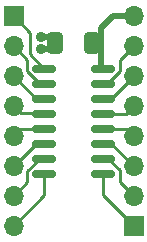
<source format=gtl>
G04 #@! TF.GenerationSoftware,KiCad,Pcbnew,(6.0.9)*
G04 #@! TF.CreationDate,2023-05-28T18:50:32+02:00*
G04 #@! TF.ProjectId,SOIC-SSOP-DIP adapter,534f4943-2d53-4534-9f50-2d4449502061,rev?*
G04 #@! TF.SameCoordinates,Original*
G04 #@! TF.FileFunction,Copper,L1,Top*
G04 #@! TF.FilePolarity,Positive*
%FSLAX46Y46*%
G04 Gerber Fmt 4.6, Leading zero omitted, Abs format (unit mm)*
G04 Created by KiCad (PCBNEW (6.0.9)) date 2023-05-28 18:50:32*
%MOMM*%
%LPD*%
G01*
G04 APERTURE LIST*
G04 Aperture macros list*
%AMRoundRect*
0 Rectangle with rounded corners*
0 $1 Rounding radius*
0 $2 $3 $4 $5 $6 $7 $8 $9 X,Y pos of 4 corners*
0 Add a 4 corners polygon primitive as box body*
4,1,4,$2,$3,$4,$5,$6,$7,$8,$9,$2,$3,0*
0 Add four circle primitives for the rounded corners*
1,1,$1+$1,$2,$3*
1,1,$1+$1,$4,$5*
1,1,$1+$1,$6,$7*
1,1,$1+$1,$8,$9*
0 Add four rect primitives between the rounded corners*
20,1,$1+$1,$2,$3,$4,$5,0*
20,1,$1+$1,$4,$5,$6,$7,0*
20,1,$1+$1,$6,$7,$8,$9,0*
20,1,$1+$1,$8,$9,$2,$3,0*%
G04 Aperture macros list end*
G04 #@! TA.AperFunction,ComponentPad*
%ADD10R,1.700000X1.700000*%
G04 #@! TD*
G04 #@! TA.AperFunction,ComponentPad*
%ADD11O,1.700000X1.700000*%
G04 #@! TD*
G04 #@! TA.AperFunction,SMDPad,CuDef*
%ADD12RoundRect,0.150000X-0.825000X-0.150000X0.825000X-0.150000X0.825000X0.150000X-0.825000X0.150000X0*%
G04 #@! TD*
G04 #@! TA.AperFunction,SMDPad,CuDef*
%ADD13RoundRect,0.250000X-0.412500X-0.650000X0.412500X-0.650000X0.412500X0.650000X-0.412500X0.650000X0*%
G04 #@! TD*
G04 #@! TA.AperFunction,ViaPad*
%ADD14C,0.900000*%
G04 #@! TD*
G04 #@! TA.AperFunction,Conductor*
%ADD15C,0.500000*%
G04 #@! TD*
G04 #@! TA.AperFunction,Conductor*
%ADD16C,0.250000*%
G04 #@! TD*
G04 APERTURE END LIST*
D10*
X88900000Y-81280000D03*
D11*
X88900000Y-83820000D03*
X88900000Y-86360000D03*
X88900000Y-88900000D03*
X88900000Y-91440000D03*
X88900000Y-93980000D03*
X88900000Y-96520000D03*
X88900000Y-99060000D03*
D12*
X91505000Y-85710000D03*
X91505000Y-86980000D03*
X91505000Y-88250000D03*
X91505000Y-89520000D03*
X91505000Y-90790000D03*
X91505000Y-92060000D03*
X91505000Y-93330000D03*
X91505000Y-94600000D03*
X96455000Y-94600000D03*
X96455000Y-93330000D03*
X96455000Y-92060000D03*
X96455000Y-90790000D03*
X96455000Y-89520000D03*
X96455000Y-88250000D03*
X96455000Y-86980000D03*
X96455000Y-85710000D03*
D10*
X99060000Y-99045000D03*
D11*
X99060000Y-96505000D03*
X99060000Y-93965000D03*
X99060000Y-91425000D03*
X99060000Y-88885000D03*
X99060000Y-86345000D03*
X99060000Y-83805000D03*
X99060000Y-81265000D03*
D13*
X92417500Y-83566000D03*
X95542500Y-83566000D03*
D14*
X91186000Y-83058000D03*
X91186000Y-84074000D03*
D15*
X91909500Y-84074000D02*
X92417500Y-83566000D01*
X91909500Y-83058000D02*
X92417500Y-83566000D01*
X91186000Y-84074000D02*
X91909500Y-84074000D01*
D16*
X90297000Y-84502000D02*
X90297000Y-82677000D01*
X91505000Y-85710000D02*
X90297000Y-84502000D01*
X90297000Y-82677000D02*
X88900000Y-81280000D01*
D15*
X91186000Y-83058000D02*
X91909500Y-83058000D01*
D16*
X99060000Y-91425000D02*
X98425000Y-90790000D01*
X91505000Y-86980000D02*
X91128249Y-86980000D01*
X89509600Y-89509600D02*
X88900000Y-88900000D01*
X96455000Y-92060000D02*
X97155000Y-92060000D01*
X98425000Y-89520000D02*
X96455000Y-89520000D01*
D15*
X96266000Y-85521000D02*
X96266000Y-82296000D01*
D16*
X91505000Y-94600000D02*
X91505000Y-96455000D01*
X90075000Y-94383249D02*
X90075000Y-95345000D01*
X96455000Y-94600000D02*
X96455000Y-96440000D01*
X97885000Y-94329000D02*
X97885000Y-95330000D01*
X97885000Y-95330000D02*
X99060000Y-96505000D01*
X97917000Y-84948000D02*
X99060000Y-83805000D01*
X96886000Y-93330000D02*
X97885000Y-94329000D01*
X90075000Y-85926751D02*
X90075000Y-84995000D01*
X97155000Y-92060000D02*
X99060000Y-93965000D01*
X96455000Y-86980000D02*
X96831751Y-86980000D01*
X96455000Y-93330000D02*
X96886000Y-93330000D01*
D15*
X96266000Y-82296000D02*
X97297000Y-81265000D01*
D16*
X90075000Y-95345000D02*
X88900000Y-96520000D01*
X91505000Y-96455000D02*
X88900000Y-99060000D01*
D15*
X97297000Y-81265000D02*
X99060000Y-81265000D01*
D16*
X97917000Y-85894751D02*
X97917000Y-84948000D01*
X96455000Y-88250000D02*
X97155000Y-88250000D01*
X91128249Y-86980000D02*
X90075000Y-85926751D01*
X90820000Y-92060000D02*
X88900000Y-93980000D01*
X96831751Y-86980000D02*
X97917000Y-85894751D01*
X91505000Y-93330000D02*
X91128249Y-93330000D01*
X90075000Y-84995000D02*
X88900000Y-83820000D01*
X91505000Y-92060000D02*
X90820000Y-92060000D01*
X91505000Y-88250000D02*
X90790000Y-88250000D01*
X96455000Y-96440000D02*
X99060000Y-99045000D01*
D15*
X96455000Y-85710000D02*
X96266000Y-85521000D01*
D16*
X91494600Y-89509600D02*
X89509600Y-89509600D01*
X98425000Y-90790000D02*
X96455000Y-90790000D01*
X91505000Y-89520000D02*
X91494600Y-89509600D01*
X91128249Y-93330000D02*
X90075000Y-94383249D01*
X88900000Y-91440000D02*
X89550000Y-90790000D01*
X90790000Y-88250000D02*
X88900000Y-86360000D01*
X97155000Y-88250000D02*
X99060000Y-86345000D01*
X99060000Y-88885000D02*
X98425000Y-89520000D01*
X89550000Y-90790000D02*
X91505000Y-90790000D01*
M02*

</source>
